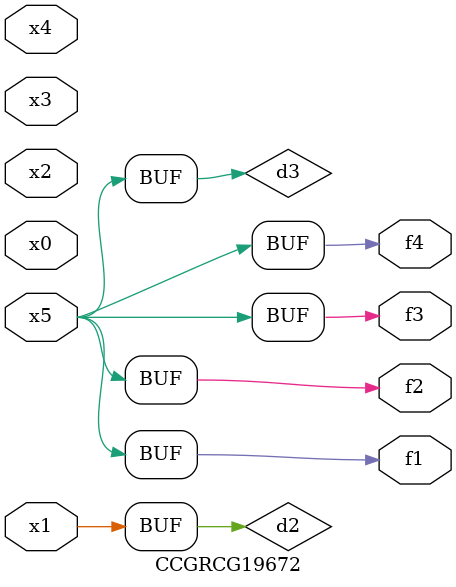
<source format=v>
module CCGRCG19672(
	input x0, x1, x2, x3, x4, x5,
	output f1, f2, f3, f4
);

	wire d1, d2, d3;

	not (d1, x5);
	or (d2, x1);
	xnor (d3, d1);
	assign f1 = d3;
	assign f2 = d3;
	assign f3 = d3;
	assign f4 = d3;
endmodule

</source>
